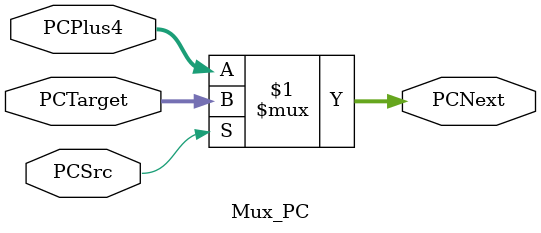
<source format=v>
`timescale 1ns / 1ps


module Mux_PC(
    input PCSrc,
    input [31:0] PCPlus4,
    input [31:0] PCTarget,
    output [31:0] PCNext

    );
    
    assign PCNext = PCSrc? PCTarget:PCPlus4;
endmodule

</source>
